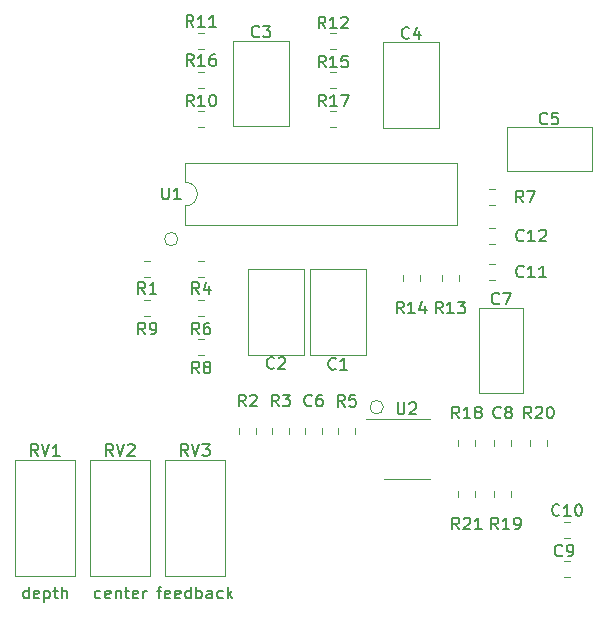
<source format=gbr>
G04 #@! TF.GenerationSoftware,KiCad,Pcbnew,5.1.6-c6e7f7d~87~ubuntu18.04.1*
G04 #@! TF.CreationDate,2020-08-01T12:16:40-04:00*
G04 #@! TF.ProjectId,CEM3320_LPF_plug_in_board,43454d33-3332-4305-9f4c-50465f706c75,1*
G04 #@! TF.SameCoordinates,Original*
G04 #@! TF.FileFunction,Legend,Top*
G04 #@! TF.FilePolarity,Positive*
%FSLAX46Y46*%
G04 Gerber Fmt 4.6, Leading zero omitted, Abs format (unit mm)*
G04 Created by KiCad (PCBNEW 5.1.6-c6e7f7d~87~ubuntu18.04.1) date 2020-08-01 12:16:40*
%MOMM*%
%LPD*%
G01*
G04 APERTURE LIST*
%ADD10C,0.150000*%
%ADD11C,0.120000*%
G04 APERTURE END LIST*
D10*
X144081904Y-125515714D02*
X144462857Y-125515714D01*
X144224761Y-126182380D02*
X144224761Y-125325238D01*
X144272380Y-125230000D01*
X144367619Y-125182380D01*
X144462857Y-125182380D01*
X145177142Y-126134761D02*
X145081904Y-126182380D01*
X144891428Y-126182380D01*
X144796190Y-126134761D01*
X144748571Y-126039523D01*
X144748571Y-125658571D01*
X144796190Y-125563333D01*
X144891428Y-125515714D01*
X145081904Y-125515714D01*
X145177142Y-125563333D01*
X145224761Y-125658571D01*
X145224761Y-125753809D01*
X144748571Y-125849047D01*
X146034285Y-126134761D02*
X145939047Y-126182380D01*
X145748571Y-126182380D01*
X145653333Y-126134761D01*
X145605714Y-126039523D01*
X145605714Y-125658571D01*
X145653333Y-125563333D01*
X145748571Y-125515714D01*
X145939047Y-125515714D01*
X146034285Y-125563333D01*
X146081904Y-125658571D01*
X146081904Y-125753809D01*
X145605714Y-125849047D01*
X146939047Y-126182380D02*
X146939047Y-125182380D01*
X146939047Y-126134761D02*
X146843809Y-126182380D01*
X146653333Y-126182380D01*
X146558095Y-126134761D01*
X146510476Y-126087142D01*
X146462857Y-125991904D01*
X146462857Y-125706190D01*
X146510476Y-125610952D01*
X146558095Y-125563333D01*
X146653333Y-125515714D01*
X146843809Y-125515714D01*
X146939047Y-125563333D01*
X147415238Y-126182380D02*
X147415238Y-125182380D01*
X147415238Y-125563333D02*
X147510476Y-125515714D01*
X147700952Y-125515714D01*
X147796190Y-125563333D01*
X147843809Y-125610952D01*
X147891428Y-125706190D01*
X147891428Y-125991904D01*
X147843809Y-126087142D01*
X147796190Y-126134761D01*
X147700952Y-126182380D01*
X147510476Y-126182380D01*
X147415238Y-126134761D01*
X148748571Y-126182380D02*
X148748571Y-125658571D01*
X148700952Y-125563333D01*
X148605714Y-125515714D01*
X148415238Y-125515714D01*
X148320000Y-125563333D01*
X148748571Y-126134761D02*
X148653333Y-126182380D01*
X148415238Y-126182380D01*
X148320000Y-126134761D01*
X148272380Y-126039523D01*
X148272380Y-125944285D01*
X148320000Y-125849047D01*
X148415238Y-125801428D01*
X148653333Y-125801428D01*
X148748571Y-125753809D01*
X149653333Y-126134761D02*
X149558095Y-126182380D01*
X149367619Y-126182380D01*
X149272380Y-126134761D01*
X149224761Y-126087142D01*
X149177142Y-125991904D01*
X149177142Y-125706190D01*
X149224761Y-125610952D01*
X149272380Y-125563333D01*
X149367619Y-125515714D01*
X149558095Y-125515714D01*
X149653333Y-125563333D01*
X150081904Y-126182380D02*
X150081904Y-125182380D01*
X150177142Y-125801428D02*
X150462857Y-126182380D01*
X150462857Y-125515714D02*
X150081904Y-125896666D01*
X139303333Y-126134761D02*
X139208095Y-126182380D01*
X139017619Y-126182380D01*
X138922380Y-126134761D01*
X138874761Y-126087142D01*
X138827142Y-125991904D01*
X138827142Y-125706190D01*
X138874761Y-125610952D01*
X138922380Y-125563333D01*
X139017619Y-125515714D01*
X139208095Y-125515714D01*
X139303333Y-125563333D01*
X140112857Y-126134761D02*
X140017619Y-126182380D01*
X139827142Y-126182380D01*
X139731904Y-126134761D01*
X139684285Y-126039523D01*
X139684285Y-125658571D01*
X139731904Y-125563333D01*
X139827142Y-125515714D01*
X140017619Y-125515714D01*
X140112857Y-125563333D01*
X140160476Y-125658571D01*
X140160476Y-125753809D01*
X139684285Y-125849047D01*
X140589047Y-125515714D02*
X140589047Y-126182380D01*
X140589047Y-125610952D02*
X140636666Y-125563333D01*
X140731904Y-125515714D01*
X140874761Y-125515714D01*
X140970000Y-125563333D01*
X141017619Y-125658571D01*
X141017619Y-126182380D01*
X141350952Y-125515714D02*
X141731904Y-125515714D01*
X141493809Y-125182380D02*
X141493809Y-126039523D01*
X141541428Y-126134761D01*
X141636666Y-126182380D01*
X141731904Y-126182380D01*
X142446190Y-126134761D02*
X142350952Y-126182380D01*
X142160476Y-126182380D01*
X142065238Y-126134761D01*
X142017619Y-126039523D01*
X142017619Y-125658571D01*
X142065238Y-125563333D01*
X142160476Y-125515714D01*
X142350952Y-125515714D01*
X142446190Y-125563333D01*
X142493809Y-125658571D01*
X142493809Y-125753809D01*
X142017619Y-125849047D01*
X142922380Y-126182380D02*
X142922380Y-125515714D01*
X142922380Y-125706190D02*
X142970000Y-125610952D01*
X143017619Y-125563333D01*
X143112857Y-125515714D01*
X143208095Y-125515714D01*
X133215238Y-126182380D02*
X133215238Y-125182380D01*
X133215238Y-126134761D02*
X133120000Y-126182380D01*
X132929523Y-126182380D01*
X132834285Y-126134761D01*
X132786666Y-126087142D01*
X132739047Y-125991904D01*
X132739047Y-125706190D01*
X132786666Y-125610952D01*
X132834285Y-125563333D01*
X132929523Y-125515714D01*
X133120000Y-125515714D01*
X133215238Y-125563333D01*
X134072380Y-126134761D02*
X133977142Y-126182380D01*
X133786666Y-126182380D01*
X133691428Y-126134761D01*
X133643809Y-126039523D01*
X133643809Y-125658571D01*
X133691428Y-125563333D01*
X133786666Y-125515714D01*
X133977142Y-125515714D01*
X134072380Y-125563333D01*
X134120000Y-125658571D01*
X134120000Y-125753809D01*
X133643809Y-125849047D01*
X134548571Y-125515714D02*
X134548571Y-126515714D01*
X134548571Y-125563333D02*
X134643809Y-125515714D01*
X134834285Y-125515714D01*
X134929523Y-125563333D01*
X134977142Y-125610952D01*
X135024761Y-125706190D01*
X135024761Y-125991904D01*
X134977142Y-126087142D01*
X134929523Y-126134761D01*
X134834285Y-126182380D01*
X134643809Y-126182380D01*
X134548571Y-126134761D01*
X135310476Y-125515714D02*
X135691428Y-125515714D01*
X135453333Y-125182380D02*
X135453333Y-126039523D01*
X135500952Y-126134761D01*
X135596190Y-126182380D01*
X135691428Y-126182380D01*
X136024761Y-126182380D02*
X136024761Y-125182380D01*
X136453333Y-126182380D02*
X136453333Y-125658571D01*
X136405714Y-125563333D01*
X136310476Y-125515714D01*
X136167619Y-125515714D01*
X136072380Y-125563333D01*
X136024761Y-125610952D01*
D11*
X163254961Y-109982000D02*
G75*
G03*
X163254961Y-109982000I-567961J0D01*
G01*
X145855961Y-95758000D02*
G75*
G03*
X145855961Y-95758000I-567961J0D01*
G01*
X163238000Y-79097000D02*
X167978000Y-79097000D01*
X163238000Y-86337000D02*
X167978000Y-86337000D01*
X167978000Y-86337000D02*
X167978000Y-79097000D01*
X163238000Y-86337000D02*
X163238000Y-79097000D01*
X150538000Y-78970000D02*
X155278000Y-78970000D01*
X150538000Y-86210000D02*
X155278000Y-86210000D01*
X155278000Y-86210000D02*
X155278000Y-78970000D01*
X150538000Y-86210000D02*
X150538000Y-78970000D01*
X156548000Y-105561000D02*
X151808000Y-105561000D01*
X156548000Y-98321000D02*
X151808000Y-98321000D01*
X151808000Y-98321000D02*
X151808000Y-105561000D01*
X156548000Y-98321000D02*
X156548000Y-105561000D01*
X161755000Y-105561000D02*
X157015000Y-105561000D01*
X161755000Y-98321000D02*
X157015000Y-98321000D01*
X157015000Y-98321000D02*
X157015000Y-105561000D01*
X161755000Y-98321000D02*
X161755000Y-105561000D01*
X171358000Y-108816000D02*
X171358000Y-101576000D01*
X175098000Y-108816000D02*
X175098000Y-101576000D01*
X171358000Y-108816000D02*
X175098000Y-108816000D01*
X171358000Y-101576000D02*
X175098000Y-101576000D01*
X180952000Y-90008000D02*
X173712000Y-90008000D01*
X180952000Y-86268000D02*
X173712000Y-86268000D01*
X180952000Y-90008000D02*
X180952000Y-86268000D01*
X173712000Y-90008000D02*
X173712000Y-86268000D01*
X146498000Y-89298000D02*
X146498000Y-90948000D01*
X169478000Y-89298000D02*
X146498000Y-89298000D01*
X169478000Y-94598000D02*
X169478000Y-89298000D01*
X146498000Y-94598000D02*
X169478000Y-94598000D01*
X146498000Y-92948000D02*
X146498000Y-94598000D01*
X146498000Y-90948000D02*
G75*
G02*
X146498000Y-92948000I0J-1000000D01*
G01*
X149850000Y-114495000D02*
X149850000Y-124265000D01*
X144780000Y-114495000D02*
X144780000Y-124265000D01*
X149850000Y-114495000D02*
X144780000Y-114495000D01*
X149850000Y-124265000D02*
X144780000Y-124265000D01*
X143500000Y-114495000D02*
X143500000Y-124265000D01*
X138430000Y-114495000D02*
X138430000Y-124265000D01*
X143500000Y-114495000D02*
X138430000Y-114495000D01*
X143500000Y-124265000D02*
X138430000Y-124265000D01*
X137150000Y-114495000D02*
X137150000Y-124265000D01*
X132080000Y-114495000D02*
X132080000Y-124265000D01*
X137150000Y-114495000D02*
X132080000Y-114495000D01*
X137150000Y-124265000D02*
X132080000Y-124265000D01*
X172645000Y-112759748D02*
X172645000Y-113282252D01*
X174065000Y-112759748D02*
X174065000Y-113282252D01*
X158063000Y-112266252D02*
X158063000Y-111743748D01*
X156643000Y-112266252D02*
X156643000Y-111743748D01*
X165227000Y-110978000D02*
X161777000Y-110978000D01*
X165227000Y-110978000D02*
X167177000Y-110978000D01*
X165227000Y-116098000D02*
X163277000Y-116098000D01*
X165227000Y-116098000D02*
X167177000Y-116098000D01*
X171017000Y-117600252D02*
X171017000Y-117077748D01*
X169597000Y-117600252D02*
X169597000Y-117077748D01*
X175693000Y-112759748D02*
X175693000Y-113282252D01*
X177113000Y-112759748D02*
X177113000Y-113282252D01*
X174065000Y-117618252D02*
X174065000Y-117095748D01*
X172645000Y-117618252D02*
X172645000Y-117095748D01*
X169597000Y-112768748D02*
X169597000Y-113291252D01*
X171017000Y-112768748D02*
X171017000Y-113291252D01*
X159274252Y-84888000D02*
X158751748Y-84888000D01*
X159274252Y-86308000D02*
X158751748Y-86308000D01*
X147566748Y-83006000D02*
X148089252Y-83006000D01*
X147566748Y-81586000D02*
X148089252Y-81586000D01*
X159265252Y-81586000D02*
X158742748Y-81586000D01*
X159265252Y-83006000D02*
X158742748Y-83006000D01*
X166318000Y-99312252D02*
X166318000Y-98789748D01*
X164898000Y-99312252D02*
X164898000Y-98789748D01*
X168200000Y-98798748D02*
X168200000Y-99321252D01*
X169620000Y-98798748D02*
X169620000Y-99321252D01*
X159256252Y-78284000D02*
X158733748Y-78284000D01*
X159256252Y-79704000D02*
X158733748Y-79704000D01*
X147557748Y-79704000D02*
X148080252Y-79704000D01*
X147557748Y-78284000D02*
X148080252Y-78284000D01*
X148089252Y-84888000D02*
X147566748Y-84888000D01*
X148089252Y-86308000D02*
X147566748Y-86308000D01*
X142985748Y-102310000D02*
X143508252Y-102310000D01*
X142985748Y-100890000D02*
X143508252Y-100890000D01*
X147557748Y-105612000D02*
X148080252Y-105612000D01*
X147557748Y-104192000D02*
X148080252Y-104192000D01*
X172736252Y-91492000D02*
X172213748Y-91492000D01*
X172736252Y-92912000D02*
X172213748Y-92912000D01*
X147557748Y-102310000D02*
X148080252Y-102310000D01*
X147557748Y-100890000D02*
X148080252Y-100890000D01*
X159437000Y-111761748D02*
X159437000Y-112284252D01*
X160857000Y-111761748D02*
X160857000Y-112284252D01*
X148080252Y-97588000D02*
X147557748Y-97588000D01*
X148080252Y-99008000D02*
X147557748Y-99008000D01*
X153849000Y-111743748D02*
X153849000Y-112266252D01*
X155269000Y-111743748D02*
X155269000Y-112266252D01*
X152475000Y-112266252D02*
X152475000Y-111743748D01*
X151055000Y-112266252D02*
X151055000Y-111743748D01*
X143508252Y-97588000D02*
X142985748Y-97588000D01*
X143508252Y-99008000D02*
X142985748Y-99008000D01*
X172195748Y-96214000D02*
X172718252Y-96214000D01*
X172195748Y-94794000D02*
X172718252Y-94794000D01*
X172718252Y-97842000D02*
X172195748Y-97842000D01*
X172718252Y-99262000D02*
X172195748Y-99262000D01*
X178545748Y-121106000D02*
X179068252Y-121106000D01*
X178545748Y-119686000D02*
X179068252Y-119686000D01*
X179068252Y-122988000D02*
X178545748Y-122988000D01*
X179068252Y-124408000D02*
X178545748Y-124408000D01*
D10*
X165441333Y-78716142D02*
X165393714Y-78763761D01*
X165250857Y-78811380D01*
X165155619Y-78811380D01*
X165012761Y-78763761D01*
X164917523Y-78668523D01*
X164869904Y-78573285D01*
X164822285Y-78382809D01*
X164822285Y-78239952D01*
X164869904Y-78049476D01*
X164917523Y-77954238D01*
X165012761Y-77859000D01*
X165155619Y-77811380D01*
X165250857Y-77811380D01*
X165393714Y-77859000D01*
X165441333Y-77906619D01*
X166298476Y-78144714D02*
X166298476Y-78811380D01*
X166060380Y-77763761D02*
X165822285Y-78478047D01*
X166441333Y-78478047D01*
X152741333Y-78589142D02*
X152693714Y-78636761D01*
X152550857Y-78684380D01*
X152455619Y-78684380D01*
X152312761Y-78636761D01*
X152217523Y-78541523D01*
X152169904Y-78446285D01*
X152122285Y-78255809D01*
X152122285Y-78112952D01*
X152169904Y-77922476D01*
X152217523Y-77827238D01*
X152312761Y-77732000D01*
X152455619Y-77684380D01*
X152550857Y-77684380D01*
X152693714Y-77732000D01*
X152741333Y-77779619D01*
X153074666Y-77684380D02*
X153693714Y-77684380D01*
X153360380Y-78065333D01*
X153503238Y-78065333D01*
X153598476Y-78112952D01*
X153646095Y-78160571D01*
X153693714Y-78255809D01*
X153693714Y-78493904D01*
X153646095Y-78589142D01*
X153598476Y-78636761D01*
X153503238Y-78684380D01*
X153217523Y-78684380D01*
X153122285Y-78636761D01*
X153074666Y-78589142D01*
X154011333Y-106656142D02*
X153963714Y-106703761D01*
X153820857Y-106751380D01*
X153725619Y-106751380D01*
X153582761Y-106703761D01*
X153487523Y-106608523D01*
X153439904Y-106513285D01*
X153392285Y-106322809D01*
X153392285Y-106179952D01*
X153439904Y-105989476D01*
X153487523Y-105894238D01*
X153582761Y-105799000D01*
X153725619Y-105751380D01*
X153820857Y-105751380D01*
X153963714Y-105799000D01*
X154011333Y-105846619D01*
X154392285Y-105846619D02*
X154439904Y-105799000D01*
X154535142Y-105751380D01*
X154773238Y-105751380D01*
X154868476Y-105799000D01*
X154916095Y-105846619D01*
X154963714Y-105941857D01*
X154963714Y-106037095D01*
X154916095Y-106179952D01*
X154344666Y-106751380D01*
X154963714Y-106751380D01*
X159218333Y-106719642D02*
X159170714Y-106767261D01*
X159027857Y-106814880D01*
X158932619Y-106814880D01*
X158789761Y-106767261D01*
X158694523Y-106672023D01*
X158646904Y-106576785D01*
X158599285Y-106386309D01*
X158599285Y-106243452D01*
X158646904Y-106052976D01*
X158694523Y-105957738D01*
X158789761Y-105862500D01*
X158932619Y-105814880D01*
X159027857Y-105814880D01*
X159170714Y-105862500D01*
X159218333Y-105910119D01*
X160170714Y-106814880D02*
X159599285Y-106814880D01*
X159885000Y-106814880D02*
X159885000Y-105814880D01*
X159789761Y-105957738D01*
X159694523Y-106052976D01*
X159599285Y-106100595D01*
X173061333Y-101195142D02*
X173013714Y-101242761D01*
X172870857Y-101290380D01*
X172775619Y-101290380D01*
X172632761Y-101242761D01*
X172537523Y-101147523D01*
X172489904Y-101052285D01*
X172442285Y-100861809D01*
X172442285Y-100718952D01*
X172489904Y-100528476D01*
X172537523Y-100433238D01*
X172632761Y-100338000D01*
X172775619Y-100290380D01*
X172870857Y-100290380D01*
X173013714Y-100338000D01*
X173061333Y-100385619D01*
X173394666Y-100290380D02*
X174061333Y-100290380D01*
X173632761Y-101290380D01*
X177125333Y-85955142D02*
X177077714Y-86002761D01*
X176934857Y-86050380D01*
X176839619Y-86050380D01*
X176696761Y-86002761D01*
X176601523Y-85907523D01*
X176553904Y-85812285D01*
X176506285Y-85621809D01*
X176506285Y-85478952D01*
X176553904Y-85288476D01*
X176601523Y-85193238D01*
X176696761Y-85098000D01*
X176839619Y-85050380D01*
X176934857Y-85050380D01*
X177077714Y-85098000D01*
X177125333Y-85145619D01*
X178030095Y-85050380D02*
X177553904Y-85050380D01*
X177506285Y-85526571D01*
X177553904Y-85478952D01*
X177649142Y-85431333D01*
X177887238Y-85431333D01*
X177982476Y-85478952D01*
X178030095Y-85526571D01*
X178077714Y-85621809D01*
X178077714Y-85859904D01*
X178030095Y-85955142D01*
X177982476Y-86002761D01*
X177887238Y-86050380D01*
X177649142Y-86050380D01*
X177553904Y-86002761D01*
X177506285Y-85955142D01*
X144526095Y-91400380D02*
X144526095Y-92209904D01*
X144573714Y-92305142D01*
X144621333Y-92352761D01*
X144716571Y-92400380D01*
X144907047Y-92400380D01*
X145002285Y-92352761D01*
X145049904Y-92305142D01*
X145097523Y-92209904D01*
X145097523Y-91400380D01*
X146097523Y-92400380D02*
X145526095Y-92400380D01*
X145811809Y-92400380D02*
X145811809Y-91400380D01*
X145716571Y-91543238D01*
X145621333Y-91638476D01*
X145526095Y-91686095D01*
X146724761Y-114117380D02*
X146391428Y-113641190D01*
X146153333Y-114117380D02*
X146153333Y-113117380D01*
X146534285Y-113117380D01*
X146629523Y-113165000D01*
X146677142Y-113212619D01*
X146724761Y-113307857D01*
X146724761Y-113450714D01*
X146677142Y-113545952D01*
X146629523Y-113593571D01*
X146534285Y-113641190D01*
X146153333Y-113641190D01*
X147010476Y-113117380D02*
X147343809Y-114117380D01*
X147677142Y-113117380D01*
X147915238Y-113117380D02*
X148534285Y-113117380D01*
X148200952Y-113498333D01*
X148343809Y-113498333D01*
X148439047Y-113545952D01*
X148486666Y-113593571D01*
X148534285Y-113688809D01*
X148534285Y-113926904D01*
X148486666Y-114022142D01*
X148439047Y-114069761D01*
X148343809Y-114117380D01*
X148058095Y-114117380D01*
X147962857Y-114069761D01*
X147915238Y-114022142D01*
X140374761Y-114117380D02*
X140041428Y-113641190D01*
X139803333Y-114117380D02*
X139803333Y-113117380D01*
X140184285Y-113117380D01*
X140279523Y-113165000D01*
X140327142Y-113212619D01*
X140374761Y-113307857D01*
X140374761Y-113450714D01*
X140327142Y-113545952D01*
X140279523Y-113593571D01*
X140184285Y-113641190D01*
X139803333Y-113641190D01*
X140660476Y-113117380D02*
X140993809Y-114117380D01*
X141327142Y-113117380D01*
X141612857Y-113212619D02*
X141660476Y-113165000D01*
X141755714Y-113117380D01*
X141993809Y-113117380D01*
X142089047Y-113165000D01*
X142136666Y-113212619D01*
X142184285Y-113307857D01*
X142184285Y-113403095D01*
X142136666Y-113545952D01*
X141565238Y-114117380D01*
X142184285Y-114117380D01*
X134024761Y-114117380D02*
X133691428Y-113641190D01*
X133453333Y-114117380D02*
X133453333Y-113117380D01*
X133834285Y-113117380D01*
X133929523Y-113165000D01*
X133977142Y-113212619D01*
X134024761Y-113307857D01*
X134024761Y-113450714D01*
X133977142Y-113545952D01*
X133929523Y-113593571D01*
X133834285Y-113641190D01*
X133453333Y-113641190D01*
X134310476Y-113117380D02*
X134643809Y-114117380D01*
X134977142Y-113117380D01*
X135834285Y-114117380D02*
X135262857Y-114117380D01*
X135548571Y-114117380D02*
X135548571Y-113117380D01*
X135453333Y-113260238D01*
X135358095Y-113355476D01*
X135262857Y-113403095D01*
X173188333Y-110838142D02*
X173140714Y-110885761D01*
X172997857Y-110933380D01*
X172902619Y-110933380D01*
X172759761Y-110885761D01*
X172664523Y-110790523D01*
X172616904Y-110695285D01*
X172569285Y-110504809D01*
X172569285Y-110361952D01*
X172616904Y-110171476D01*
X172664523Y-110076238D01*
X172759761Y-109981000D01*
X172902619Y-109933380D01*
X172997857Y-109933380D01*
X173140714Y-109981000D01*
X173188333Y-110028619D01*
X173759761Y-110361952D02*
X173664523Y-110314333D01*
X173616904Y-110266714D01*
X173569285Y-110171476D01*
X173569285Y-110123857D01*
X173616904Y-110028619D01*
X173664523Y-109981000D01*
X173759761Y-109933380D01*
X173950238Y-109933380D01*
X174045476Y-109981000D01*
X174093095Y-110028619D01*
X174140714Y-110123857D01*
X174140714Y-110171476D01*
X174093095Y-110266714D01*
X174045476Y-110314333D01*
X173950238Y-110361952D01*
X173759761Y-110361952D01*
X173664523Y-110409571D01*
X173616904Y-110457190D01*
X173569285Y-110552428D01*
X173569285Y-110742904D01*
X173616904Y-110838142D01*
X173664523Y-110885761D01*
X173759761Y-110933380D01*
X173950238Y-110933380D01*
X174045476Y-110885761D01*
X174093095Y-110838142D01*
X174140714Y-110742904D01*
X174140714Y-110552428D01*
X174093095Y-110457190D01*
X174045476Y-110409571D01*
X173950238Y-110361952D01*
X157186333Y-109831142D02*
X157138714Y-109878761D01*
X156995857Y-109926380D01*
X156900619Y-109926380D01*
X156757761Y-109878761D01*
X156662523Y-109783523D01*
X156614904Y-109688285D01*
X156567285Y-109497809D01*
X156567285Y-109354952D01*
X156614904Y-109164476D01*
X156662523Y-109069238D01*
X156757761Y-108974000D01*
X156900619Y-108926380D01*
X156995857Y-108926380D01*
X157138714Y-108974000D01*
X157186333Y-109021619D01*
X158043476Y-108926380D02*
X157853000Y-108926380D01*
X157757761Y-108974000D01*
X157710142Y-109021619D01*
X157614904Y-109164476D01*
X157567285Y-109354952D01*
X157567285Y-109735904D01*
X157614904Y-109831142D01*
X157662523Y-109878761D01*
X157757761Y-109926380D01*
X157948238Y-109926380D01*
X158043476Y-109878761D01*
X158091095Y-109831142D01*
X158138714Y-109735904D01*
X158138714Y-109497809D01*
X158091095Y-109402571D01*
X158043476Y-109354952D01*
X157948238Y-109307333D01*
X157757761Y-109307333D01*
X157662523Y-109354952D01*
X157614904Y-109402571D01*
X157567285Y-109497809D01*
X164465095Y-109590380D02*
X164465095Y-110399904D01*
X164512714Y-110495142D01*
X164560333Y-110542761D01*
X164655571Y-110590380D01*
X164846047Y-110590380D01*
X164941285Y-110542761D01*
X164988904Y-110495142D01*
X165036523Y-110399904D01*
X165036523Y-109590380D01*
X165465095Y-109685619D02*
X165512714Y-109638000D01*
X165607952Y-109590380D01*
X165846047Y-109590380D01*
X165941285Y-109638000D01*
X165988904Y-109685619D01*
X166036523Y-109780857D01*
X166036523Y-109876095D01*
X165988904Y-110018952D01*
X165417476Y-110590380D01*
X166036523Y-110590380D01*
X169664142Y-120340380D02*
X169330809Y-119864190D01*
X169092714Y-120340380D02*
X169092714Y-119340380D01*
X169473666Y-119340380D01*
X169568904Y-119388000D01*
X169616523Y-119435619D01*
X169664142Y-119530857D01*
X169664142Y-119673714D01*
X169616523Y-119768952D01*
X169568904Y-119816571D01*
X169473666Y-119864190D01*
X169092714Y-119864190D01*
X170045095Y-119435619D02*
X170092714Y-119388000D01*
X170187952Y-119340380D01*
X170426047Y-119340380D01*
X170521285Y-119388000D01*
X170568904Y-119435619D01*
X170616523Y-119530857D01*
X170616523Y-119626095D01*
X170568904Y-119768952D01*
X169997476Y-120340380D01*
X170616523Y-120340380D01*
X171568904Y-120340380D02*
X170997476Y-120340380D01*
X171283190Y-120340380D02*
X171283190Y-119340380D01*
X171187952Y-119483238D01*
X171092714Y-119578476D01*
X170997476Y-119626095D01*
X175760142Y-110942380D02*
X175426809Y-110466190D01*
X175188714Y-110942380D02*
X175188714Y-109942380D01*
X175569666Y-109942380D01*
X175664904Y-109990000D01*
X175712523Y-110037619D01*
X175760142Y-110132857D01*
X175760142Y-110275714D01*
X175712523Y-110370952D01*
X175664904Y-110418571D01*
X175569666Y-110466190D01*
X175188714Y-110466190D01*
X176141095Y-110037619D02*
X176188714Y-109990000D01*
X176283952Y-109942380D01*
X176522047Y-109942380D01*
X176617285Y-109990000D01*
X176664904Y-110037619D01*
X176712523Y-110132857D01*
X176712523Y-110228095D01*
X176664904Y-110370952D01*
X176093476Y-110942380D01*
X176712523Y-110942380D01*
X177331571Y-109942380D02*
X177426809Y-109942380D01*
X177522047Y-109990000D01*
X177569666Y-110037619D01*
X177617285Y-110132857D01*
X177664904Y-110323333D01*
X177664904Y-110561428D01*
X177617285Y-110751904D01*
X177569666Y-110847142D01*
X177522047Y-110894761D01*
X177426809Y-110942380D01*
X177331571Y-110942380D01*
X177236333Y-110894761D01*
X177188714Y-110847142D01*
X177141095Y-110751904D01*
X177093476Y-110561428D01*
X177093476Y-110323333D01*
X177141095Y-110132857D01*
X177188714Y-110037619D01*
X177236333Y-109990000D01*
X177331571Y-109942380D01*
X172966142Y-120340380D02*
X172632809Y-119864190D01*
X172394714Y-120340380D02*
X172394714Y-119340380D01*
X172775666Y-119340380D01*
X172870904Y-119388000D01*
X172918523Y-119435619D01*
X172966142Y-119530857D01*
X172966142Y-119673714D01*
X172918523Y-119768952D01*
X172870904Y-119816571D01*
X172775666Y-119864190D01*
X172394714Y-119864190D01*
X173918523Y-120340380D02*
X173347095Y-120340380D01*
X173632809Y-120340380D02*
X173632809Y-119340380D01*
X173537571Y-119483238D01*
X173442333Y-119578476D01*
X173347095Y-119626095D01*
X174394714Y-120340380D02*
X174585190Y-120340380D01*
X174680428Y-120292761D01*
X174728047Y-120245142D01*
X174823285Y-120102285D01*
X174870904Y-119911809D01*
X174870904Y-119530857D01*
X174823285Y-119435619D01*
X174775666Y-119388000D01*
X174680428Y-119340380D01*
X174489952Y-119340380D01*
X174394714Y-119388000D01*
X174347095Y-119435619D01*
X174299476Y-119530857D01*
X174299476Y-119768952D01*
X174347095Y-119864190D01*
X174394714Y-119911809D01*
X174489952Y-119959428D01*
X174680428Y-119959428D01*
X174775666Y-119911809D01*
X174823285Y-119864190D01*
X174870904Y-119768952D01*
X169664142Y-110942380D02*
X169330809Y-110466190D01*
X169092714Y-110942380D02*
X169092714Y-109942380D01*
X169473666Y-109942380D01*
X169568904Y-109990000D01*
X169616523Y-110037619D01*
X169664142Y-110132857D01*
X169664142Y-110275714D01*
X169616523Y-110370952D01*
X169568904Y-110418571D01*
X169473666Y-110466190D01*
X169092714Y-110466190D01*
X170616523Y-110942380D02*
X170045095Y-110942380D01*
X170330809Y-110942380D02*
X170330809Y-109942380D01*
X170235571Y-110085238D01*
X170140333Y-110180476D01*
X170045095Y-110228095D01*
X171187952Y-110370952D02*
X171092714Y-110323333D01*
X171045095Y-110275714D01*
X170997476Y-110180476D01*
X170997476Y-110132857D01*
X171045095Y-110037619D01*
X171092714Y-109990000D01*
X171187952Y-109942380D01*
X171378428Y-109942380D01*
X171473666Y-109990000D01*
X171521285Y-110037619D01*
X171568904Y-110132857D01*
X171568904Y-110180476D01*
X171521285Y-110275714D01*
X171473666Y-110323333D01*
X171378428Y-110370952D01*
X171187952Y-110370952D01*
X171092714Y-110418571D01*
X171045095Y-110466190D01*
X170997476Y-110561428D01*
X170997476Y-110751904D01*
X171045095Y-110847142D01*
X171092714Y-110894761D01*
X171187952Y-110942380D01*
X171378428Y-110942380D01*
X171473666Y-110894761D01*
X171521285Y-110847142D01*
X171568904Y-110751904D01*
X171568904Y-110561428D01*
X171521285Y-110466190D01*
X171473666Y-110418571D01*
X171378428Y-110370952D01*
X158370142Y-84526380D02*
X158036809Y-84050190D01*
X157798714Y-84526380D02*
X157798714Y-83526380D01*
X158179666Y-83526380D01*
X158274904Y-83574000D01*
X158322523Y-83621619D01*
X158370142Y-83716857D01*
X158370142Y-83859714D01*
X158322523Y-83954952D01*
X158274904Y-84002571D01*
X158179666Y-84050190D01*
X157798714Y-84050190D01*
X159322523Y-84526380D02*
X158751095Y-84526380D01*
X159036809Y-84526380D02*
X159036809Y-83526380D01*
X158941571Y-83669238D01*
X158846333Y-83764476D01*
X158751095Y-83812095D01*
X159655857Y-83526380D02*
X160322523Y-83526380D01*
X159893952Y-84526380D01*
X147185142Y-81098380D02*
X146851809Y-80622190D01*
X146613714Y-81098380D02*
X146613714Y-80098380D01*
X146994666Y-80098380D01*
X147089904Y-80146000D01*
X147137523Y-80193619D01*
X147185142Y-80288857D01*
X147185142Y-80431714D01*
X147137523Y-80526952D01*
X147089904Y-80574571D01*
X146994666Y-80622190D01*
X146613714Y-80622190D01*
X148137523Y-81098380D02*
X147566095Y-81098380D01*
X147851809Y-81098380D02*
X147851809Y-80098380D01*
X147756571Y-80241238D01*
X147661333Y-80336476D01*
X147566095Y-80384095D01*
X148994666Y-80098380D02*
X148804190Y-80098380D01*
X148708952Y-80146000D01*
X148661333Y-80193619D01*
X148566095Y-80336476D01*
X148518476Y-80526952D01*
X148518476Y-80907904D01*
X148566095Y-81003142D01*
X148613714Y-81050761D01*
X148708952Y-81098380D01*
X148899428Y-81098380D01*
X148994666Y-81050761D01*
X149042285Y-81003142D01*
X149089904Y-80907904D01*
X149089904Y-80669809D01*
X149042285Y-80574571D01*
X148994666Y-80526952D01*
X148899428Y-80479333D01*
X148708952Y-80479333D01*
X148613714Y-80526952D01*
X148566095Y-80574571D01*
X148518476Y-80669809D01*
X158361142Y-81224380D02*
X158027809Y-80748190D01*
X157789714Y-81224380D02*
X157789714Y-80224380D01*
X158170666Y-80224380D01*
X158265904Y-80272000D01*
X158313523Y-80319619D01*
X158361142Y-80414857D01*
X158361142Y-80557714D01*
X158313523Y-80652952D01*
X158265904Y-80700571D01*
X158170666Y-80748190D01*
X157789714Y-80748190D01*
X159313523Y-81224380D02*
X158742095Y-81224380D01*
X159027809Y-81224380D02*
X159027809Y-80224380D01*
X158932571Y-80367238D01*
X158837333Y-80462476D01*
X158742095Y-80510095D01*
X160218285Y-80224380D02*
X159742095Y-80224380D01*
X159694476Y-80700571D01*
X159742095Y-80652952D01*
X159837333Y-80605333D01*
X160075428Y-80605333D01*
X160170666Y-80652952D01*
X160218285Y-80700571D01*
X160265904Y-80795809D01*
X160265904Y-81033904D01*
X160218285Y-81129142D01*
X160170666Y-81176761D01*
X160075428Y-81224380D01*
X159837333Y-81224380D01*
X159742095Y-81176761D01*
X159694476Y-81129142D01*
X164965142Y-102052380D02*
X164631809Y-101576190D01*
X164393714Y-102052380D02*
X164393714Y-101052380D01*
X164774666Y-101052380D01*
X164869904Y-101100000D01*
X164917523Y-101147619D01*
X164965142Y-101242857D01*
X164965142Y-101385714D01*
X164917523Y-101480952D01*
X164869904Y-101528571D01*
X164774666Y-101576190D01*
X164393714Y-101576190D01*
X165917523Y-102052380D02*
X165346095Y-102052380D01*
X165631809Y-102052380D02*
X165631809Y-101052380D01*
X165536571Y-101195238D01*
X165441333Y-101290476D01*
X165346095Y-101338095D01*
X166774666Y-101385714D02*
X166774666Y-102052380D01*
X166536571Y-101004761D02*
X166298476Y-101719047D01*
X166917523Y-101719047D01*
X168267142Y-102052380D02*
X167933809Y-101576190D01*
X167695714Y-102052380D02*
X167695714Y-101052380D01*
X168076666Y-101052380D01*
X168171904Y-101100000D01*
X168219523Y-101147619D01*
X168267142Y-101242857D01*
X168267142Y-101385714D01*
X168219523Y-101480952D01*
X168171904Y-101528571D01*
X168076666Y-101576190D01*
X167695714Y-101576190D01*
X169219523Y-102052380D02*
X168648095Y-102052380D01*
X168933809Y-102052380D02*
X168933809Y-101052380D01*
X168838571Y-101195238D01*
X168743333Y-101290476D01*
X168648095Y-101338095D01*
X169552857Y-101052380D02*
X170171904Y-101052380D01*
X169838571Y-101433333D01*
X169981428Y-101433333D01*
X170076666Y-101480952D01*
X170124285Y-101528571D01*
X170171904Y-101623809D01*
X170171904Y-101861904D01*
X170124285Y-101957142D01*
X170076666Y-102004761D01*
X169981428Y-102052380D01*
X169695714Y-102052380D01*
X169600476Y-102004761D01*
X169552857Y-101957142D01*
X158352142Y-77922380D02*
X158018809Y-77446190D01*
X157780714Y-77922380D02*
X157780714Y-76922380D01*
X158161666Y-76922380D01*
X158256904Y-76970000D01*
X158304523Y-77017619D01*
X158352142Y-77112857D01*
X158352142Y-77255714D01*
X158304523Y-77350952D01*
X158256904Y-77398571D01*
X158161666Y-77446190D01*
X157780714Y-77446190D01*
X159304523Y-77922380D02*
X158733095Y-77922380D01*
X159018809Y-77922380D02*
X159018809Y-76922380D01*
X158923571Y-77065238D01*
X158828333Y-77160476D01*
X158733095Y-77208095D01*
X159685476Y-77017619D02*
X159733095Y-76970000D01*
X159828333Y-76922380D01*
X160066428Y-76922380D01*
X160161666Y-76970000D01*
X160209285Y-77017619D01*
X160256904Y-77112857D01*
X160256904Y-77208095D01*
X160209285Y-77350952D01*
X159637857Y-77922380D01*
X160256904Y-77922380D01*
X147176142Y-77796380D02*
X146842809Y-77320190D01*
X146604714Y-77796380D02*
X146604714Y-76796380D01*
X146985666Y-76796380D01*
X147080904Y-76844000D01*
X147128523Y-76891619D01*
X147176142Y-76986857D01*
X147176142Y-77129714D01*
X147128523Y-77224952D01*
X147080904Y-77272571D01*
X146985666Y-77320190D01*
X146604714Y-77320190D01*
X148128523Y-77796380D02*
X147557095Y-77796380D01*
X147842809Y-77796380D02*
X147842809Y-76796380D01*
X147747571Y-76939238D01*
X147652333Y-77034476D01*
X147557095Y-77082095D01*
X149080904Y-77796380D02*
X148509476Y-77796380D01*
X148795190Y-77796380D02*
X148795190Y-76796380D01*
X148699952Y-76939238D01*
X148604714Y-77034476D01*
X148509476Y-77082095D01*
X147185142Y-84526380D02*
X146851809Y-84050190D01*
X146613714Y-84526380D02*
X146613714Y-83526380D01*
X146994666Y-83526380D01*
X147089904Y-83574000D01*
X147137523Y-83621619D01*
X147185142Y-83716857D01*
X147185142Y-83859714D01*
X147137523Y-83954952D01*
X147089904Y-84002571D01*
X146994666Y-84050190D01*
X146613714Y-84050190D01*
X148137523Y-84526380D02*
X147566095Y-84526380D01*
X147851809Y-84526380D02*
X147851809Y-83526380D01*
X147756571Y-83669238D01*
X147661333Y-83764476D01*
X147566095Y-83812095D01*
X148756571Y-83526380D02*
X148851809Y-83526380D01*
X148947047Y-83574000D01*
X148994666Y-83621619D01*
X149042285Y-83716857D01*
X149089904Y-83907333D01*
X149089904Y-84145428D01*
X149042285Y-84335904D01*
X148994666Y-84431142D01*
X148947047Y-84478761D01*
X148851809Y-84526380D01*
X148756571Y-84526380D01*
X148661333Y-84478761D01*
X148613714Y-84431142D01*
X148566095Y-84335904D01*
X148518476Y-84145428D01*
X148518476Y-83907333D01*
X148566095Y-83716857D01*
X148613714Y-83621619D01*
X148661333Y-83574000D01*
X148756571Y-83526380D01*
X143080333Y-103830380D02*
X142747000Y-103354190D01*
X142508904Y-103830380D02*
X142508904Y-102830380D01*
X142889857Y-102830380D01*
X142985095Y-102878000D01*
X143032714Y-102925619D01*
X143080333Y-103020857D01*
X143080333Y-103163714D01*
X143032714Y-103258952D01*
X142985095Y-103306571D01*
X142889857Y-103354190D01*
X142508904Y-103354190D01*
X143556523Y-103830380D02*
X143747000Y-103830380D01*
X143842238Y-103782761D01*
X143889857Y-103735142D01*
X143985095Y-103592285D01*
X144032714Y-103401809D01*
X144032714Y-103020857D01*
X143985095Y-102925619D01*
X143937476Y-102878000D01*
X143842238Y-102830380D01*
X143651761Y-102830380D01*
X143556523Y-102878000D01*
X143508904Y-102925619D01*
X143461285Y-103020857D01*
X143461285Y-103258952D01*
X143508904Y-103354190D01*
X143556523Y-103401809D01*
X143651761Y-103449428D01*
X143842238Y-103449428D01*
X143937476Y-103401809D01*
X143985095Y-103354190D01*
X144032714Y-103258952D01*
X147652333Y-107132380D02*
X147319000Y-106656190D01*
X147080904Y-107132380D02*
X147080904Y-106132380D01*
X147461857Y-106132380D01*
X147557095Y-106180000D01*
X147604714Y-106227619D01*
X147652333Y-106322857D01*
X147652333Y-106465714D01*
X147604714Y-106560952D01*
X147557095Y-106608571D01*
X147461857Y-106656190D01*
X147080904Y-106656190D01*
X148223761Y-106560952D02*
X148128523Y-106513333D01*
X148080904Y-106465714D01*
X148033285Y-106370476D01*
X148033285Y-106322857D01*
X148080904Y-106227619D01*
X148128523Y-106180000D01*
X148223761Y-106132380D01*
X148414238Y-106132380D01*
X148509476Y-106180000D01*
X148557095Y-106227619D01*
X148604714Y-106322857D01*
X148604714Y-106370476D01*
X148557095Y-106465714D01*
X148509476Y-106513333D01*
X148414238Y-106560952D01*
X148223761Y-106560952D01*
X148128523Y-106608571D01*
X148080904Y-106656190D01*
X148033285Y-106751428D01*
X148033285Y-106941904D01*
X148080904Y-107037142D01*
X148128523Y-107084761D01*
X148223761Y-107132380D01*
X148414238Y-107132380D01*
X148509476Y-107084761D01*
X148557095Y-107037142D01*
X148604714Y-106941904D01*
X148604714Y-106751428D01*
X148557095Y-106656190D01*
X148509476Y-106608571D01*
X148414238Y-106560952D01*
X175093333Y-92654380D02*
X174760000Y-92178190D01*
X174521904Y-92654380D02*
X174521904Y-91654380D01*
X174902857Y-91654380D01*
X174998095Y-91702000D01*
X175045714Y-91749619D01*
X175093333Y-91844857D01*
X175093333Y-91987714D01*
X175045714Y-92082952D01*
X174998095Y-92130571D01*
X174902857Y-92178190D01*
X174521904Y-92178190D01*
X175426666Y-91654380D02*
X176093333Y-91654380D01*
X175664761Y-92654380D01*
X147652333Y-103830380D02*
X147319000Y-103354190D01*
X147080904Y-103830380D02*
X147080904Y-102830380D01*
X147461857Y-102830380D01*
X147557095Y-102878000D01*
X147604714Y-102925619D01*
X147652333Y-103020857D01*
X147652333Y-103163714D01*
X147604714Y-103258952D01*
X147557095Y-103306571D01*
X147461857Y-103354190D01*
X147080904Y-103354190D01*
X148509476Y-102830380D02*
X148319000Y-102830380D01*
X148223761Y-102878000D01*
X148176142Y-102925619D01*
X148080904Y-103068476D01*
X148033285Y-103258952D01*
X148033285Y-103639904D01*
X148080904Y-103735142D01*
X148128523Y-103782761D01*
X148223761Y-103830380D01*
X148414238Y-103830380D01*
X148509476Y-103782761D01*
X148557095Y-103735142D01*
X148604714Y-103639904D01*
X148604714Y-103401809D01*
X148557095Y-103306571D01*
X148509476Y-103258952D01*
X148414238Y-103211333D01*
X148223761Y-103211333D01*
X148128523Y-103258952D01*
X148080904Y-103306571D01*
X148033285Y-103401809D01*
X159980333Y-109944380D02*
X159647000Y-109468190D01*
X159408904Y-109944380D02*
X159408904Y-108944380D01*
X159789857Y-108944380D01*
X159885095Y-108992000D01*
X159932714Y-109039619D01*
X159980333Y-109134857D01*
X159980333Y-109277714D01*
X159932714Y-109372952D01*
X159885095Y-109420571D01*
X159789857Y-109468190D01*
X159408904Y-109468190D01*
X160885095Y-108944380D02*
X160408904Y-108944380D01*
X160361285Y-109420571D01*
X160408904Y-109372952D01*
X160504142Y-109325333D01*
X160742238Y-109325333D01*
X160837476Y-109372952D01*
X160885095Y-109420571D01*
X160932714Y-109515809D01*
X160932714Y-109753904D01*
X160885095Y-109849142D01*
X160837476Y-109896761D01*
X160742238Y-109944380D01*
X160504142Y-109944380D01*
X160408904Y-109896761D01*
X160361285Y-109849142D01*
X147652333Y-100400380D02*
X147319000Y-99924190D01*
X147080904Y-100400380D02*
X147080904Y-99400380D01*
X147461857Y-99400380D01*
X147557095Y-99448000D01*
X147604714Y-99495619D01*
X147652333Y-99590857D01*
X147652333Y-99733714D01*
X147604714Y-99828952D01*
X147557095Y-99876571D01*
X147461857Y-99924190D01*
X147080904Y-99924190D01*
X148509476Y-99733714D02*
X148509476Y-100400380D01*
X148271380Y-99352761D02*
X148033285Y-100067047D01*
X148652333Y-100067047D01*
X154392333Y-109917380D02*
X154059000Y-109441190D01*
X153820904Y-109917380D02*
X153820904Y-108917380D01*
X154201857Y-108917380D01*
X154297095Y-108965000D01*
X154344714Y-109012619D01*
X154392333Y-109107857D01*
X154392333Y-109250714D01*
X154344714Y-109345952D01*
X154297095Y-109393571D01*
X154201857Y-109441190D01*
X153820904Y-109441190D01*
X154725666Y-108917380D02*
X155344714Y-108917380D01*
X155011380Y-109298333D01*
X155154238Y-109298333D01*
X155249476Y-109345952D01*
X155297095Y-109393571D01*
X155344714Y-109488809D01*
X155344714Y-109726904D01*
X155297095Y-109822142D01*
X155249476Y-109869761D01*
X155154238Y-109917380D01*
X154868523Y-109917380D01*
X154773285Y-109869761D01*
X154725666Y-109822142D01*
X151598333Y-109917380D02*
X151265000Y-109441190D01*
X151026904Y-109917380D02*
X151026904Y-108917380D01*
X151407857Y-108917380D01*
X151503095Y-108965000D01*
X151550714Y-109012619D01*
X151598333Y-109107857D01*
X151598333Y-109250714D01*
X151550714Y-109345952D01*
X151503095Y-109393571D01*
X151407857Y-109441190D01*
X151026904Y-109441190D01*
X151979285Y-109012619D02*
X152026904Y-108965000D01*
X152122142Y-108917380D01*
X152360238Y-108917380D01*
X152455476Y-108965000D01*
X152503095Y-109012619D01*
X152550714Y-109107857D01*
X152550714Y-109203095D01*
X152503095Y-109345952D01*
X151931666Y-109917380D01*
X152550714Y-109917380D01*
X143080333Y-100400380D02*
X142747000Y-99924190D01*
X142508904Y-100400380D02*
X142508904Y-99400380D01*
X142889857Y-99400380D01*
X142985095Y-99448000D01*
X143032714Y-99495619D01*
X143080333Y-99590857D01*
X143080333Y-99733714D01*
X143032714Y-99828952D01*
X142985095Y-99876571D01*
X142889857Y-99924190D01*
X142508904Y-99924190D01*
X144032714Y-100400380D02*
X143461285Y-100400380D01*
X143747000Y-100400380D02*
X143747000Y-99400380D01*
X143651761Y-99543238D01*
X143556523Y-99638476D01*
X143461285Y-99686095D01*
X175125142Y-95861142D02*
X175077523Y-95908761D01*
X174934666Y-95956380D01*
X174839428Y-95956380D01*
X174696571Y-95908761D01*
X174601333Y-95813523D01*
X174553714Y-95718285D01*
X174506095Y-95527809D01*
X174506095Y-95384952D01*
X174553714Y-95194476D01*
X174601333Y-95099238D01*
X174696571Y-95004000D01*
X174839428Y-94956380D01*
X174934666Y-94956380D01*
X175077523Y-95004000D01*
X175125142Y-95051619D01*
X176077523Y-95956380D02*
X175506095Y-95956380D01*
X175791809Y-95956380D02*
X175791809Y-94956380D01*
X175696571Y-95099238D01*
X175601333Y-95194476D01*
X175506095Y-95242095D01*
X176458476Y-95051619D02*
X176506095Y-95004000D01*
X176601333Y-94956380D01*
X176839428Y-94956380D01*
X176934666Y-95004000D01*
X176982285Y-95051619D01*
X177029904Y-95146857D01*
X177029904Y-95242095D01*
X176982285Y-95384952D01*
X176410857Y-95956380D01*
X177029904Y-95956380D01*
X175125142Y-98909142D02*
X175077523Y-98956761D01*
X174934666Y-99004380D01*
X174839428Y-99004380D01*
X174696571Y-98956761D01*
X174601333Y-98861523D01*
X174553714Y-98766285D01*
X174506095Y-98575809D01*
X174506095Y-98432952D01*
X174553714Y-98242476D01*
X174601333Y-98147238D01*
X174696571Y-98052000D01*
X174839428Y-98004380D01*
X174934666Y-98004380D01*
X175077523Y-98052000D01*
X175125142Y-98099619D01*
X176077523Y-99004380D02*
X175506095Y-99004380D01*
X175791809Y-99004380D02*
X175791809Y-98004380D01*
X175696571Y-98147238D01*
X175601333Y-98242476D01*
X175506095Y-98290095D01*
X177029904Y-99004380D02*
X176458476Y-99004380D01*
X176744190Y-99004380D02*
X176744190Y-98004380D01*
X176648952Y-98147238D01*
X176553714Y-98242476D01*
X176458476Y-98290095D01*
X178164142Y-119103142D02*
X178116523Y-119150761D01*
X177973666Y-119198380D01*
X177878428Y-119198380D01*
X177735571Y-119150761D01*
X177640333Y-119055523D01*
X177592714Y-118960285D01*
X177545095Y-118769809D01*
X177545095Y-118626952D01*
X177592714Y-118436476D01*
X177640333Y-118341238D01*
X177735571Y-118246000D01*
X177878428Y-118198380D01*
X177973666Y-118198380D01*
X178116523Y-118246000D01*
X178164142Y-118293619D01*
X179116523Y-119198380D02*
X178545095Y-119198380D01*
X178830809Y-119198380D02*
X178830809Y-118198380D01*
X178735571Y-118341238D01*
X178640333Y-118436476D01*
X178545095Y-118484095D01*
X179735571Y-118198380D02*
X179830809Y-118198380D01*
X179926047Y-118246000D01*
X179973666Y-118293619D01*
X180021285Y-118388857D01*
X180068904Y-118579333D01*
X180068904Y-118817428D01*
X180021285Y-119007904D01*
X179973666Y-119103142D01*
X179926047Y-119150761D01*
X179830809Y-119198380D01*
X179735571Y-119198380D01*
X179640333Y-119150761D01*
X179592714Y-119103142D01*
X179545095Y-119007904D01*
X179497476Y-118817428D01*
X179497476Y-118579333D01*
X179545095Y-118388857D01*
X179592714Y-118293619D01*
X179640333Y-118246000D01*
X179735571Y-118198380D01*
X178395333Y-122531142D02*
X178347714Y-122578761D01*
X178204857Y-122626380D01*
X178109619Y-122626380D01*
X177966761Y-122578761D01*
X177871523Y-122483523D01*
X177823904Y-122388285D01*
X177776285Y-122197809D01*
X177776285Y-122054952D01*
X177823904Y-121864476D01*
X177871523Y-121769238D01*
X177966761Y-121674000D01*
X178109619Y-121626380D01*
X178204857Y-121626380D01*
X178347714Y-121674000D01*
X178395333Y-121721619D01*
X178871523Y-122626380D02*
X179062000Y-122626380D01*
X179157238Y-122578761D01*
X179204857Y-122531142D01*
X179300095Y-122388285D01*
X179347714Y-122197809D01*
X179347714Y-121816857D01*
X179300095Y-121721619D01*
X179252476Y-121674000D01*
X179157238Y-121626380D01*
X178966761Y-121626380D01*
X178871523Y-121674000D01*
X178823904Y-121721619D01*
X178776285Y-121816857D01*
X178776285Y-122054952D01*
X178823904Y-122150190D01*
X178871523Y-122197809D01*
X178966761Y-122245428D01*
X179157238Y-122245428D01*
X179252476Y-122197809D01*
X179300095Y-122150190D01*
X179347714Y-122054952D01*
M02*

</source>
